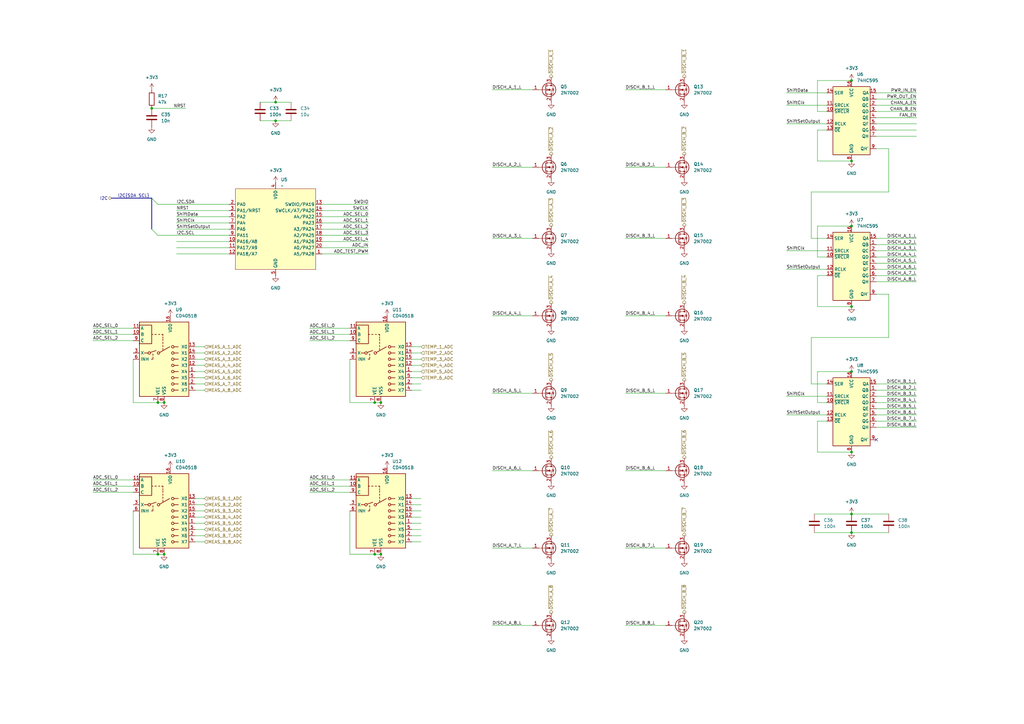
<source format=kicad_sch>
(kicad_sch (version 20250114) (generator "eeschema") (generator_version "9.0")
  (paper "A3")
  (lib_symbols
    (symbol "74xx:74HC595"
      (property "Reference" "U" (at -7.62 13.97 0))
      (property "Value" "74HC595" (at -7.62 -16.51 0))
      (symbol "74HC595_1_0"
        (pin input line (at -10.16 10.16 0) (length 2.54) (name "SER") (number "14"))
        (pin input line (at -10.16 5.08 0) (length 2.54) (name "SRCLK") (number "11"))
        (pin input line (at -10.16 2.54 0) (length 2.54) (name "~{SRCLR}") (number "10"))
        (pin input line (at -10.16 -2.54 0) (length 2.54) (name "RCLK") (number "12"))
        (pin input line (at -10.16 -5.08 0) (length 2.54) (name "~{OE}") (number "13"))
        (pin power_in line (at 0 15.24 270) (length 2.54) (name "VCC") (number "16"))
        (pin power_in line (at 0 -17.78 90) (length 2.54) (name "GND") (number "8"))
        (pin tri_state line (at 10.16 10.16 180) (length 2.54) (name "QA") (number "15"))
        (pin tri_state line (at 10.16 7.62 180) (length 2.54) (name "QB") (number "1"))
        (pin tri_state line (at 10.16 5.08 180) (length 2.54) (name "QC") (number "2"))
        (pin tri_state line (at 10.16 2.54 180) (length 2.54) (name "QD") (number "3"))
        (pin tri_state line (at 10.16 0 180) (length 2.54) (name "QE") (number "4"))
        (pin tri_state line (at 10.16 -2.54 180) (length 2.54) (name "QF") (number "5"))
        (pin tri_state line (at 10.16 -5.08 180) (length 2.54) (name "QG") (number "6"))
        (pin tri_state line (at 10.16 -7.62 180) (length 2.54) (name "QH") (number "7"))
        (pin output line (at 10.16 -12.7 180) (length 2.54) (name "QH'") (number "9"))
      )
      (symbol "74HC595_1_1"
        (rectangle (start -7.62 12.7) (end 7.62 -15.24) (stroke (width 0.254)) (fill (type background)))
      )
    )
    (symbol "Analog_Switch:CD4051B"
      (property "Reference" "U" (at -10.16 16.51 0))
      (property "Value" "CD4051B" (at 3.81 16.51 0))
      (symbol "CD4051B_0_1"
        (rectangle (start -10.16 15.24) (end 10.16 -15.24) (stroke (width 0.254)) (fill (type background)))
        (rectangle (start -10.16 6.35) (end -5.08 13.97) (stroke (width 0.254)))
        (polyline (pts (xy -8.128 2.54) (xy -6.604 2.54)) (stroke (width 0.254)))
        (circle (center -6.096 2.54) (radius 0.508) (stroke (width 0.254)))
        (polyline (pts (xy -5.588 2.794) (xy -3.302 3.556)) (stroke (width 0.254)))
        (polyline (pts (xy -4.572 10.16) (xy -5.08 10.16)) (stroke (width 0.254)))
        (polyline (pts (xy -4.572 1.524) (xy -4.572 2.159)) (stroke (width 0.254)))
        (polyline (pts (xy -4.572 0.254) (xy -4.572 0.889)) (stroke (width 0.254)))
        (polyline (pts (xy -4.572 0) (xy -5.207 0)) (stroke (width 0.254)))
        (polyline (pts (xy -3.81 10.16) (xy -3.175 10.16)) (stroke (width 0.254)))
        (circle (center -2.286 2.54) (radius 0.508) (stroke (width 0.254)))
        (polyline (pts (xy -1.778 10.16) (xy -2.286 10.16)) (stroke (width 0.254)))
        (polyline (pts (xy -1.778 2.794) (xy 2.286 5.08)) (stroke (width 0.254)))
        (polyline (pts (xy -0.508 10.16) (xy -1.016 10.16)) (stroke (width 0.254)))
        (polyline (pts (xy -0.508 9.652) (xy -0.508 10.16)) (stroke (width 0.254)))
        (polyline (pts (xy -0.508 8.636) (xy -0.508 9.144)) (stroke (width 0.254)))
        (polyline (pts (xy -0.508 7.62) (xy -0.508 8.255)) (stroke (width 0.254)))
        (polyline (pts (xy -0.508 6.35) (xy -0.508 6.985)) (stroke (width 0.254)))
        (polyline (pts (xy -0.508 5.08) (xy -0.508 5.715)) (stroke (width 0.254)))
        (polyline (pts (xy -0.508 3.81) (xy -0.508 4.445)) (stroke (width 0.254)))
        (circle (center 3.556 5.08) (radius 0.508) (stroke (width 0.254)))
        (circle (center 3.556 2.54) (radius 0.508) (stroke (width 0.254)))
        (circle (center 3.556 0) (radius 0.508) (stroke (width 0.254)))
        (circle (center 3.556 -2.54) (radius 0.508) (stroke (width 0.254)))
        (circle (center 3.556 -5.08) (radius 0.508) (stroke (width 0.254)))
        (circle (center 3.556 -7.62) (radius 0.508) (stroke (width 0.254)))
        (circle (center 3.556 -10.16) (radius 0.508) (stroke (width 0.254)))
        (circle (center 3.556 -12.7) (radius 0.508) (stroke (width 0.254)))
        (polyline (pts (xy 4.064 5.08) (xy 5.842 5.08)) (stroke (width 0.254)))
        (polyline (pts (xy 4.064 2.54) (xy 5.842 2.54)) (stroke (width 0.254)))
        (polyline (pts (xy 4.064 0) (xy 5.842 0)) (stroke (width 0.254)))
        (polyline (pts (xy 4.064 -2.54) (xy 5.842 -2.54)) (stroke (width 0.254)))
        (polyline (pts (xy 4.064 -5.08) (xy 5.842 -5.08)) (stroke (width 0.254)))
        (polyline (pts (xy 4.064 -7.62) (xy 5.842 -7.62)) (stroke (width 0.254)))
        (polyline (pts (xy 4.064 -10.16) (xy 5.842 -10.16)) (stroke (width 0.254)))
        (polyline (pts (xy 4.064 -12.7) (xy 5.842 -12.7)) (stroke (width 0.254)))
      )
      (symbol "CD4051B_1_1"
        (pin input line (at -12.7 12.7 0) (length 2.54) (name "A") (number "11"))
        (pin input line (at -12.7 10.16 0) (length 2.54) (name "B") (number "10"))
        (pin input line (at -12.7 7.62 0) (length 2.54) (name "C") (number "9"))
        (pin bidirectional line (at -12.7 2.54 0) (length 2.54) (name "X") (number "3"))
        (pin input line (at -12.7 0 0) (length 2.54) (name "INH") (number "6"))
        (pin power_in line (at -2.54 -17.78 90) (length 2.54) (name "VEE") (number "7"))
        (pin power_in line (at 0 -17.78 90) (length 2.54) (name "VSS") (number "8"))
        (pin power_in line (at 2.54 17.78 270) (length 2.54) (name "VDD") (number "16"))
        (pin bidirectional line (at 12.7 5.08 180) (length 2.54) (name "X0") (number "13"))
        (pin bidirectional line (at 12.7 2.54 180) (length 2.54) (name "X1") (number "14"))
        (pin bidirectional line (at 12.7 0 180) (length 2.54) (name "X2") (number "15"))
        (pin bidirectional line (at 12.7 -2.54 180) (length 2.54) (name "X3") (number "12"))
        (pin bidirectional line (at 12.7 -5.08 180) (length 2.54) (name "X4") (number "1"))
        (pin bidirectional line (at 12.7 -7.62 180) (length 2.54) (name "X5") (number "5"))
        (pin bidirectional line (at 12.7 -10.16 180) (length 2.54) (name "X6") (number "2"))
        (pin bidirectional line (at 12.7 -12.7 180) (length 2.54) (name "X7") (number "4"))
      )
    )
    (symbol "DCDC_custom:MSPM0C1104SRUKR"
      (property "Reference" "U" (at 11.684 20.828 0))
      (symbol "MSPM0C1104SRUKR_1_1"
        (rectangle (start -16.51 16.51) (end 16.51 -16.51) (fill (type background)))
        (pin bidirectional line (at -19.05 10.16 0) (length 2.54) (name "PA0") (number "2"))
        (pin bidirectional line (at -19.05 7.62 0) (length 2.54) (name "PA1/NRST") (number "3"))
        (pin bidirectional line (at -19.05 5.08 0) (length 2.54) (name "PA2") (number "6"))
        (pin bidirectional line (at -19.05 2.54 0) (length 2.54) (name "PA4") (number "7"))
        (pin bidirectional line (at -19.05 0 0) (length 2.54) (name "PA6") (number "8"))
        (pin bidirectional line (at -19.05 -2.54 0) (length 2.54) (name "PA11") (number "9"))
        (pin bidirectional line (at -19.05 -5.08 0) (length 2.54) (name "PA16/A8") (number "10"))
        (pin bidirectional line (at -19.05 -7.62 0) (length 2.54) (name "PA17/A9") (number "11"))
        (pin bidirectional line (at -19.05 -10.16 0) (length 2.54) (name "PA18/A7") (number "12"))
        (pin power_in line (at 0 19.05 270) (length 2.54) (name "VDD") (number "4"))
        (pin power_in line (at 0 -19.05 90) (length 2.54) (name "GND") (number "5"))
        (pin bidirectional line (at 19.05 10.16 180) (length 2.54) (name "SWDIO/PA19") (number "13"))
        (pin bidirectional line (at 19.05 7.62 180) (length 2.54) (name "SWCLK/A7/PA20") (number "14"))
        (pin bidirectional line (at 19.05 5.08 180) (length 2.54) (name "A4/PA22") (number "15"))
        (pin bidirectional line (at 19.05 2.54 180) (length 2.54) (name "PA23") (number "16"))
        (pin bidirectional line (at 19.05 0 180) (length 2.54) (name "A3/PA24") (number "17"))
        (pin bidirectional line (at 19.05 -2.54 180) (length 2.54) (name "A2/PA25") (number "18"))
        (pin bidirectional line (at 19.05 -5.08 180) (length 2.54) (name "A1/PA26") (number "19"))
        (pin bidirectional line (at 19.05 -7.62 180) (length 2.54) (name "A0/PA27") (number "20"))
        (pin bidirectional line (at 19.05 -10.16 180) (length 2.54) (name "A5/PA28") (number "1"))
      )
    )
    (symbol "Device:C" (pin_numbers (hide yes)) (pin_names (offset 0.254))
      (property "Reference" "C" (at 0.635 2.54 0))
      (property "Value" "C" (at 0.635 -2.54 0))
      (symbol "C_0_1"
        (polyline (pts (xy -2.032 0.762) (xy 2.032 0.762)) (stroke (width 0.508)))
        (polyline (pts (xy -2.032 -0.762) (xy 2.032 -0.762)) (stroke (width 0.508)))
      )
      (symbol "C_1_1"
        (pin passive line (at 0 3.81 270) (length 2.794) (name "~") (number "1"))
        (pin passive line (at 0 -3.81 90) (length 2.794) (name "~") (number "2"))
      )
    )
    (symbol "Device:R" (pin_numbers (hide yes)) (pin_names (offset 0))
      (property "Reference" "R" (at 2.032 0 90))
      (property "Value" "R" (at 0 0 90))
      (symbol "R_0_1"
        (rectangle (start -1.016 -2.54) (end 1.016 2.54) (stroke (width 0.254)))
      )
      (symbol "R_1_1"
        (pin passive line (at 0 3.81 270) (length 1.27) (name "~") (number "1"))
        (pin passive line (at 0 -3.81 90) (length 1.27) (name "~") (number "2"))
      )
    )
    (symbol "Transistor_FET:2N7002" (pin_names (hide yes))
      (property "Reference" "Q" (at 5.08 1.905 0))
      (property "Value" "2N7002" (at 5.08 0 0))
      (symbol "2N7002_0_1"
        (polyline (pts (xy 0.254 1.905) (xy 0.254 -1.905)) (stroke (width 0.254)))
        (polyline (pts (xy 0.254 0) (xy -2.54 0)))
        (polyline (pts (xy 0.762 2.286) (xy 0.762 1.27)) (stroke (width 0.254)))
        (polyline (pts (xy 0.762 0.508) (xy 0.762 -0.508)) (stroke (width 0.254)))
        (polyline (pts (xy 0.762 -1.27) (xy 0.762 -2.286)) (stroke (width 0.254)))
        (polyline (pts (xy 0.762 -1.778) (xy 3.302 -1.778) (xy 3.302 1.778) (xy 0.762 1.778)))
        (polyline (pts (xy 1.016 0) (xy 2.032 0.381) (xy 2.032 -0.381) (xy 1.016 0)) (fill (type outline)))
        (circle (center 1.651 0) (radius 2.794) (stroke (width 0.254)))
        (polyline (pts (xy 2.54 2.54) (xy 2.54 1.778)))
        (circle (center 2.54 1.778) (radius 0.254) (fill (type outline)))
        (circle (center 2.54 -1.778) (radius 0.254) (fill (type outline)))
        (polyline (pts (xy 2.54 -2.54) (xy 2.54 0) (xy 0.762 0)))
        (polyline (pts (xy 2.794 0.508) (xy 2.921 0.381) (xy 3.683 0.381) (xy 3.81 0.254)))
        (polyline (pts (xy 3.302 0.381) (xy 2.921 -0.254) (xy 3.683 -0.254) (xy 3.302 0.381)))
      )
      (symbol "2N7002_1_1"
        (pin input line (at -5.08 0 0) (length 2.54) (name "G") (number "1"))
        (pin passive line (at 2.54 5.08 270) (length 2.54) (name "D") (number "3"))
        (pin passive line (at 2.54 -5.08 90) (length 2.54) (name "S") (number "2"))
      )
    )
    (symbol "power:+3V3" (power) (pin_numbers (hide yes)) (pin_names (offset 0) (hide yes))
      (property "Value" "+3V3" (at 0 3.556 0))
      (symbol "+3V3_0_1"
        (polyline (pts (xy -0.762 1.27) (xy 0 2.54)))
        (polyline (pts (xy 0 2.54) (xy 0.762 1.27)))
        (polyline (pts (xy 0 0) (xy 0 2.54)))
      )
      (symbol "+3V3_1_1"
        (pin power_in line (at 0 0 90) (length 0) (name "~") (number "1"))
      )
    )
    (symbol "power:GND" (power) (pin_numbers (hide yes)) (pin_names (offset 0) (hide yes))
      (property "Value" "GND" (at 0 -3.81 0))
      (symbol "GND_0_1"
        (polyline (pts (xy 0 0) (xy 0 -1.27) (xy 1.27 -1.27) (xy 0 -2.54) (xy -1.27 -1.27) (xy 0 -1.27)))
      )
      (symbol "GND_1_1"
        (pin power_in line (at 0 0 270) (length 0) (name "~") (number "1"))
      )
    )
  )
  (junction (at 349.25 218.44))
  (junction (at 349.25 125.73))
  (junction (at 62.23 44.45))
  (junction (at 113.03 41.91))
  (junction (at 349.25 152.4))
  (junction (at 156.21 227.33))
  (junction (at 349.25 33.02))
  (junction (at 153.67 165.1))
  (junction (at 113.03 49.53))
  (junction (at 349.25 185.42))
  (junction (at 156.21 165.1))
  (junction (at 349.25 66.04))
  (junction (at 64.77 165.1))
  (junction (at 349.25 210.82))
  (junction (at 67.31 165.1))
  (junction (at 349.25 92.71))
  (junction (at 67.31 227.33))
  (junction (at 153.67 227.33))
  (junction (at 64.77 227.33))
  (no_connect (at 359.41 180.34))
  (bus_entry (at 62.23 81.28) (size 2.54 2.54))
  (bus_entry (at 62.23 93.98) (size 2.54 2.54))
  (wire (pts (xy 153.67 165.1) (xy 156.21 165.1)))
  (wire (pts (xy 83.82 157.48) (xy 80.01 157.48)))
  (wire (pts (xy 172.72 142.24) (xy 168.91 142.24)))
  (wire (pts (xy 83.82 142.24) (xy 80.01 142.24)))
  (wire (pts (xy 127 137.16) (xy 143.51 137.16)))
  (wire (pts (xy 38.1 199.39) (xy 54.61 199.39)))
  (wire (pts (xy 364.49 120.65) (xy 359.41 120.65)))
  (wire (pts (xy 72.39 104.14) (xy 93.98 104.14)))
  (wire (pts (xy 64.77 96.52) (xy 93.98 96.52)))
  (wire (pts (xy 72.39 101.6) (xy 93.98 101.6)))
  (wire (pts (xy 83.82 214.63) (xy 80.01 214.63)))
  (wire (pts (xy 201.93 193.04) (xy 218.44 193.04)))
  (wire (pts (xy 322.58 50.8) (xy 339.09 50.8)))
  (wire (pts (xy 256.54 224.79) (xy 273.05 224.79)))
  (wire (pts (xy 172.72 152.4) (xy 168.91 152.4)))
  (wire (pts (xy 127 199.39) (xy 143.51 199.39)))
  (wire (pts (xy 359.41 160.02) (xy 375.92 160.02)))
  (wire (pts (xy 38.1 137.16) (xy 54.61 137.16)))
  (wire (pts (xy 83.82 204.47) (xy 80.01 204.47)))
  (wire (pts (xy 143.51 165.1) (xy 153.67 165.1)))
  (wire (pts (xy 172.72 207.01) (xy 168.91 207.01)))
  (wire (pts (xy 132.08 83.82) (xy 151.13 83.82)))
  (wire (pts (xy 83.82 149.86) (xy 80.01 149.86)))
  (wire (pts (xy 256.54 161.29) (xy 273.05 161.29)))
  (wire (pts (xy 335.28 92.71) (xy 349.25 92.71)))
  (wire (pts (xy 64.77 83.82) (xy 93.98 83.82)))
  (wire (pts (xy 172.72 144.78) (xy 168.91 144.78)))
  (wire (pts (xy 83.82 152.4) (xy 80.01 152.4)))
  (wire (pts (xy 349.25 210.82) (xy 364.49 210.82)))
  (wire (pts (xy 256.54 193.04) (xy 273.05 193.04)))
  (wire (pts (xy 132.08 101.6) (xy 151.13 101.6)))
  (wire (pts (xy 72.39 86.36) (xy 93.98 86.36)))
  (wire (pts (xy 64.77 227.33) (xy 67.31 227.33)))
  (wire (pts (xy 359.41 48.26) (xy 375.92 48.26)))
  (wire (pts (xy 359.41 38.1) (xy 375.92 38.1)))
  (wire (pts (xy 83.82 209.55) (xy 80.01 209.55)))
  (wire (pts (xy 335.28 172.72) (xy 335.28 185.42)))
  (wire (pts (xy 38.1 196.85) (xy 54.61 196.85)))
  (wire (pts (xy 143.51 227.33) (xy 153.67 227.33)))
  (wire (pts (xy 83.82 154.94) (xy 80.01 154.94)))
  (wire (pts (xy 54.61 147.32) (xy 54.61 165.1)))
  (wire (pts (xy 335.28 165.1) (xy 335.28 152.4)))
  (wire (pts (xy 335.28 45.72) (xy 335.28 33.02)))
  (wire (pts (xy 38.1 134.62) (xy 54.61 134.62)))
  (wire (pts (xy 132.08 88.9) (xy 151.13 88.9)))
  (wire (pts (xy 332.74 97.79) (xy 332.74 78.74)))
  (wire (pts (xy 132.08 86.36) (xy 151.13 86.36)))
  (wire (pts (xy 83.82 217.17) (xy 80.01 217.17)))
  (wire (pts (xy 72.39 91.44) (xy 93.98 91.44)))
  (wire (pts (xy 256.54 129.54) (xy 273.05 129.54)))
  (wire (pts (xy 359.41 115.57) (xy 375.92 115.57)))
  (wire (pts (xy 172.72 160.02) (xy 168.91 160.02)))
  (wire (pts (xy 364.49 78.74) (xy 364.49 60.96)))
  (wire (pts (xy 322.58 162.56) (xy 339.09 162.56)))
  (wire (pts (xy 64.77 165.1) (xy 67.31 165.1)))
  (wire (pts (xy 113.03 41.91) (xy 119.38 41.91)))
  (wire (pts (xy 359.41 100.33) (xy 375.92 100.33)))
  (wire (pts (xy 132.08 99.06) (xy 151.13 99.06)))
  (wire (pts (xy 132.08 93.98) (xy 151.13 93.98)))
  (wire (pts (xy 359.41 43.18) (xy 375.92 43.18)))
  (wire (pts (xy 322.58 110.49) (xy 339.09 110.49)))
  (wire (pts (xy 339.09 53.34) (xy 335.28 53.34)))
  (wire (pts (xy 201.93 224.79) (xy 218.44 224.79)))
  (wire (pts (xy 359.41 102.87) (xy 375.92 102.87)))
  (wire (pts (xy 83.82 212.09) (xy 80.01 212.09)))
  (wire (pts (xy 172.72 149.86) (xy 168.91 149.86)))
  (wire (pts (xy 132.08 104.14) (xy 151.13 104.14)))
  (wire (pts (xy 153.67 227.33) (xy 156.21 227.33)))
  (wire (pts (xy 332.74 138.43) (xy 364.49 138.43)))
  (wire (pts (xy 38.1 139.7) (xy 54.61 139.7)))
  (wire (pts (xy 335.28 185.42) (xy 349.25 185.42)))
  (wire (pts (xy 83.82 219.71) (xy 80.01 219.71)))
  (wire (pts (xy 127 196.85) (xy 143.51 196.85)))
  (wire (pts (xy 339.09 165.1) (xy 335.28 165.1)))
  (wire (pts (xy 127 139.7) (xy 143.51 139.7)))
  (wire (pts (xy 127 201.93) (xy 143.51 201.93)))
  (wire (pts (xy 334.01 210.82) (xy 349.25 210.82)))
  (wire (pts (xy 359.41 50.8) (xy 375.92 50.8)))
  (wire (pts (xy 54.61 227.33) (xy 64.77 227.33)))
  (wire (pts (xy 132.08 96.52) (xy 151.13 96.52)))
  (wire (pts (xy 359.41 113.03) (xy 375.92 113.03)))
  (wire (pts (xy 172.72 147.32) (xy 168.91 147.32)))
  (wire (pts (xy 172.72 214.63) (xy 168.91 214.63)))
  (bus (pts (xy 62.23 81.28) (xy 62.23 93.98)))
  (wire (pts (xy 322.58 43.18) (xy 339.09 43.18)))
  (wire (pts (xy 364.49 138.43) (xy 364.49 120.65)))
  (wire (pts (xy 172.72 209.55) (xy 168.91 209.55)))
  (wire (pts (xy 322.58 102.87) (xy 339.09 102.87)))
  (wire (pts (xy 256.54 256.54) (xy 273.05 256.54)))
  (wire (pts (xy 83.82 147.32) (xy 80.01 147.32)))
  (wire (pts (xy 106.68 41.91) (xy 113.03 41.91)))
  (wire (pts (xy 201.93 129.54) (xy 218.44 129.54)))
  (wire (pts (xy 359.41 175.26) (xy 375.92 175.26)))
  (wire (pts (xy 201.93 256.54) (xy 218.44 256.54)))
  (wire (pts (xy 339.09 105.41) (xy 335.28 105.41)))
  (wire (pts (xy 359.41 105.41) (xy 375.92 105.41)))
  (wire (pts (xy 359.41 165.1) (xy 375.92 165.1)))
  (bus (pts (xy 45.72 81.28) (xy 62.23 81.28)))
  (wire (pts (xy 359.41 45.72) (xy 375.92 45.72)))
  (wire (pts (xy 201.93 68.58) (xy 218.44 68.58)))
  (wire (pts (xy 172.72 217.17) (xy 168.91 217.17)))
  (wire (pts (xy 334.01 218.44) (xy 349.25 218.44)))
  (wire (pts (xy 339.09 113.03) (xy 335.28 113.03)))
  (wire (pts (xy 127 134.62) (xy 143.51 134.62)))
  (wire (pts (xy 359.41 157.48) (xy 375.92 157.48)))
  (wire (pts (xy 359.41 107.95) (xy 375.92 107.95)))
  (wire (pts (xy 359.41 170.18) (xy 375.92 170.18)))
  (wire (pts (xy 364.49 60.96) (xy 359.41 60.96)))
  (wire (pts (xy 172.72 157.48) (xy 168.91 157.48)))
  (wire (pts (xy 38.1 201.93) (xy 54.61 201.93)))
  (wire (pts (xy 359.41 55.88) (xy 375.92 55.88)))
  (wire (pts (xy 72.39 93.98) (xy 93.98 93.98)))
  (wire (pts (xy 201.93 161.29) (xy 218.44 161.29)))
  (wire (pts (xy 83.82 144.78) (xy 80.01 144.78)))
  (wire (pts (xy 143.51 209.55) (xy 143.51 227.33)))
  (wire (pts (xy 359.41 110.49) (xy 375.92 110.49)))
  (wire (pts (xy 322.58 170.18) (xy 339.09 170.18)))
  (wire (pts (xy 172.72 219.71) (xy 168.91 219.71)))
  (wire (pts (xy 359.41 172.72) (xy 375.92 172.72)))
  (wire (pts (xy 359.41 167.64) (xy 375.92 167.64)))
  (wire (pts (xy 72.39 99.06) (xy 93.98 99.06)))
  (wire (pts (xy 335.28 66.04) (xy 349.25 66.04)))
  (wire (pts (xy 76.2 44.45) (xy 62.23 44.45)))
  (wire (pts (xy 335.28 53.34) (xy 335.28 66.04)))
  (wire (pts (xy 172.72 222.25) (xy 168.91 222.25)))
  (wire (pts (xy 256.54 97.79) (xy 273.05 97.79)))
  (wire (pts (xy 335.28 113.03) (xy 335.28 125.73)))
  (wire (pts (xy 172.72 154.94) (xy 168.91 154.94)))
  (wire (pts (xy 172.72 204.47) (xy 168.91 204.47)))
  (wire (pts (xy 335.28 125.73) (xy 349.25 125.73)))
  (wire (pts (xy 83.82 207.01) (xy 80.01 207.01)))
  (wire (pts (xy 72.39 88.9) (xy 93.98 88.9)))
  (wire (pts (xy 332.74 157.48) (xy 332.74 138.43)))
  (wire (pts (xy 54.61 165.1) (xy 64.77 165.1)))
  (wire (pts (xy 339.09 45.72) (xy 335.28 45.72)))
  (wire (pts (xy 201.93 97.79) (xy 218.44 97.79)))
  (wire (pts (xy 335.28 33.02) (xy 349.25 33.02)))
  (wire (pts (xy 349.25 218.44) (xy 364.49 218.44)))
  (wire (pts (xy 83.82 160.02) (xy 80.01 160.02)))
  (wire (pts (xy 339.09 97.79) (xy 332.74 97.79)))
  (wire (pts (xy 132.08 91.44) (xy 151.13 91.44)))
  (wire (pts (xy 172.72 212.09) (xy 168.91 212.09)))
  (wire (pts (xy 106.68 49.53) (xy 113.03 49.53)))
  (wire (pts (xy 332.74 78.74) (xy 364.49 78.74)))
  (wire (pts (xy 201.93 36.83) (xy 218.44 36.83)))
  (wire (pts (xy 83.82 222.25) (xy 80.01 222.25)))
  (wire (pts (xy 359.41 40.64) (xy 375.92 40.64)))
  (wire (pts (xy 359.41 162.56) (xy 375.92 162.56)))
  (wire (pts (xy 359.41 53.34) (xy 375.92 53.34)))
  (wire (pts (xy 143.51 147.32) (xy 143.51 165.1)))
  (wire (pts (xy 335.28 152.4) (xy 349.25 152.4)))
  (wire (pts (xy 339.09 157.48) (xy 332.74 157.48)))
  (wire (pts (xy 256.54 36.83) (xy 273.05 36.83)))
  (wire (pts (xy 322.58 38.1) (xy 339.09 38.1)))
  (wire (pts (xy 339.09 172.72) (xy 335.28 172.72)))
  (wire (pts (xy 256.54 68.58) (xy 273.05 68.58)))
  (wire (pts (xy 359.41 97.79) (xy 375.92 97.79)))
  (wire (pts (xy 335.28 105.41) (xy 335.28 92.71)))
  (wire (pts (xy 54.61 209.55) (xy 54.61 227.33)))
  (wire (pts (xy 113.03 49.53) (xy 119.38 49.53)))
  (label "DISCH_B_5_L" (at 256.54 161.29 0))
  (label "DISCH_A_1_L" (at 375.92 97.79 180))
  (label "ShiftClk" (at 322.58 162.56 0))
  (label "PWR_OUT_EN" (at 375.92 40.64 180))
  (label "DISCH_B_1_L" (at 375.92 157.48 180))
  (label "SWDIO" (at 151.13 83.82 180))
  (label "ADC_SEL_2" (at 127 201.93 0))
  (label "DISCH_A_7_L" (at 375.92 113.03 180))
  (label "ADC_SEL_1" (at 38.1 137.16 0))
  (label "DISCH_B_5_L" (at 375.92 167.64 180))
  (label "ShiftSetOutput" (at 322.58 170.18 0))
  (label "DISCH_B_4_L" (at 256.54 129.54 0))
  (label "DISCH_A_2_L" (at 375.92 100.33 180))
  (label "ADC_SEL_2" (at 38.1 201.93 0))
  (label "DISCH_A_8_L" (at 375.92 115.57 180))
  (label "ADC_SEL_1" (at 127 137.16 0))
  (label "DISCH_A_6_L" (at 375.92 110.49 180))
  (label "DISCH_B_1_L" (at 256.54 36.83 0))
  (label "PWR_IN_EN" (at 375.92 38.1 180))
  (label "DISCH_B_4_L" (at 375.92 165.1 180))
  (label "CHAN_A_EN" (at 375.92 43.18 180))
  (label "CHAN_B_EN" (at 375.92 45.72 180))
  (label "ADC_IN" (at 151.13 101.6 180))
  (label "ADC_SEL_2" (at 38.1 139.7 0))
  (label "I2C.SDA" (at 72.39 83.82 0))
  (label "ADC_SEL_0" (at 151.13 88.9 180))
  (label "DISCH_A_3_L" (at 375.92 102.87 180))
  (label "DISCH_A_2_L" (at 201.93 68.58 0))
  (label "ADC_SEL_3" (at 151.13 96.52 180))
  (label "ShiftData" (at 72.39 88.9 0))
  (label "NRST" (at 72.39 86.36 0))
  (label "ADC_SEL_2" (at 151.13 93.98 180))
  (label "ADC_TEST_PWM" (at 151.13 104.14 180))
  (label "DISCH_A_4_L" (at 375.92 105.41 180))
  (label "DISCH_B_6_L" (at 375.92 170.18 180))
  (label "ShiftData" (at 322.58 38.1 0))
  (label "DISCH_A_6_L" (at 201.93 193.04 0))
  (label "ShiftClk" (at 322.58 102.87 0))
  (label "DISCH_B_6_L" (at 256.54 193.04 0))
  (label "ShiftSetOutput" (at 72.39 93.98 0))
  (label "ShiftClk" (at 72.39 91.44 0))
  (label "DISCH_A_7_L" (at 201.93 224.79 0))
  (label "NRST" (at 76.2 44.45 180))
  (label "DISCH_B_7_L" (at 375.92 172.72 180))
  (label "I2C{SDA SCL}" (at 48.26 81.28 0))
  (label "ShiftClk" (at 322.58 43.18 0))
  (label "ADC_SEL_0" (at 127 196.85 0))
  (label "ADC_SEL_2" (at 127 139.7 0))
  (label "ADC_SEL_1" (at 38.1 199.39 0))
  (label "DISCH_B_8_L" (at 256.54 256.54 0))
  (label "ADC_SEL_0" (at 38.1 196.85 0))
  (label "DISCH_B_2_L" (at 256.54 68.58 0))
  (label "ShiftSetOutput" (at 322.58 50.8 0))
  (label "DISCH_B_7_L" (at 256.54 224.79 0))
  (label "FAN_EN" (at 375.92 48.26 180))
  (label "SWCLK" (at 151.13 86.36 180))
  (label "DISCH_A_4_L" (at 201.93 129.54 0))
  (label "ADC_SEL_4" (at 151.13 99.06 180))
  (label "ADC_SEL_0" (at 127 134.62 0))
  (label "DISCH_A_5_L" (at 201.93 161.29 0))
  (label "ADC_SEL_1" (at 151.13 91.44 180))
  (label "ADC_SEL_1" (at 127 199.39 0))
  (label "DISCH_A_3_L" (at 201.93 97.79 0))
  (label "DISCH_B_8_L" (at 375.92 175.26 180))
  (label "DISCH_B_3_L" (at 256.54 97.79 0))
  (label "DISCH_B_3_L" (at 375.92 162.56 180))
  (label "DISCH_A_5_L" (at 375.92 107.95 180))
  (label "ShiftSetOutput" (at 322.58 110.49 0))
  (label "DISCH_A_8_L" (at 201.93 256.54 0))
  (label "DISCH_A_1_L" (at 201.93 36.83 0))
  (label "ADC_SEL_0" (at 38.1 134.62 0))
  (label "I2C.SCL" (at 72.39 96.52 0))
  (label "DISCH_B_2_L" (at 375.92 160.02 180))
  (hierarchical_label "MEAS_A_8_ADC" (shape input) (at 83.82 160.02 0))
  (hierarchical_label "~{DISCH_A_4}" (shape output) (at 226.06 124.46 90))
  (hierarchical_label "TEMP_2_ADC" (shape input) (at 172.72 144.78 0))
  (hierarchical_label "MEAS_A_1_ADC" (shape input) (at 83.82 142.24 0))
  (hierarchical_label "~{DISCH_A_3}" (shape output) (at 226.06 92.71 90))
  (hierarchical_label "MEAS_A_6_ADC" (shape input) (at 83.82 154.94 0))
  (hierarchical_label "MEAS_B_2_ADC" (shape input) (at 83.82 207.01 0))
  (hierarchical_label "MEAS_B_7_ADC" (shape input) (at 83.82 219.71 0))
  (hierarchical_label "MEAS_B_1_ADC" (shape input) (at 83.82 204.47 0))
  (hierarchical_label "~{DISCH_B_4}" (shape output) (at 280.67 124.46 90))
  (hierarchical_label "MEAS_A_2_ADC" (shape input) (at 83.82 144.78 0))
  (hierarchical_label "MEAS_B_3_ADC" (shape input) (at 83.82 209.55 0))
  (hierarchical_label "~{DISCH_A_6}" (shape output) (at 226.06 187.96 90))
  (hierarchical_label "MEAS_A_4_ADC" (shape input) (at 83.82 149.86 0))
  (hierarchical_label "MEAS_B_5_ADC" (shape input) (at 83.82 214.63 0))
  (hierarchical_label "~{DISCH_B_7}" (shape output) (at 280.67 219.71 90))
  (hierarchical_label "~{DISCH_A_7}" (shape output) (at 226.06 219.71 90))
  (hierarchical_label "MEAS_A_5_ADC" (shape input) (at 83.82 152.4 0))
  (hierarchical_label "~{DISCH_A_1}" (shape output) (at 226.06 31.75 90))
  (hierarchical_label "~{DISCH_B_2}" (shape output) (at 280.67 63.5 90))
  (hierarchical_label "MEAS_A_7_ADC" (shape input) (at 83.82 157.48 0))
  (hierarchical_label "~{DISCH_B_1}" (shape output) (at 280.67 31.75 90))
  (hierarchical_label "~{DISCH_B_6}" (shape output) (at 280.67 187.96 90))
  (hierarchical_label "I2C" (shape bidirectional) (at 45.72 81.28 180))
  (hierarchical_label "TEMP_3_ADC" (shape input) (at 172.72 147.32 0))
  (hierarchical_label "TEMP_5_ADC" (shape input) (at 172.72 152.4 0))
  (hierarchical_label "~{DISCH_B_5}" (shape output) (at 280.67 156.21 90))
  (hierarchical_label "TEMP_4_ADC" (shape input) (at 172.72 149.86 0))
  (hierarchical_label "~{DISCH_A_5}" (shape output) (at 226.06 156.21 90))
  (hierarchical_label "~{DISCH_A_8}" (shape output) (at 226.06 251.46 90))
  (hierarchical_label "MEAS_B_6_ADC" (shape input) (at 83.82 217.17 0))
  (hierarchical_label "~{DISCH_B_8}" (shape output) (at 280.67 251.46 90))
  (hierarchical_label "TEMP_1_ADC" (shape input) (at 172.72 142.24 0))
  (hierarchical_label "MEAS_A_3_ADC" (shape input) (at 83.82 147.32 0))
  (hierarchical_label "TEMP_6_ADC" (shape input) (at 172.72 154.94 0))
  (hierarchical_label "MEAS_B_8_ADC" (shape input) (at 83.82 222.25 0))
  (hierarchical_label "~{DISCH_A_2}" (shape output) (at 226.06 63.5 90))
  (hierarchical_label "~{DISCH_B_3}" (shape output) (at 280.67 92.71 90))
  (hierarchical_label "MEAS_B_4_ADC" (shape input) (at 83.82 212.09 0))
  (symbol (lib_id "power:GND") (at 226.06 102.87 0) (unit 1)
    (property "Reference" "#PWR057" (effects (hide yes)))
    (property "Value" "GND" (at 226.06 107.95 0))
    (property "Description" "Power symbol creates a global label with name \"GND\" , ground" (effects (hide yes)))
  )
  (symbol (lib_id "power:+3V3") (at 349.25 210.82 0) (unit 1)
    (property "Reference" "#PWR048" (effects (hide yes)))
    (property "Value" "+3V3" (at 349.25 205.74 0))
    (property "Description" "Power symbol creates a global label with name \"+3V3\"" (effects (hide yes)))
  )
  (symbol (lib_id "power:GND") (at 62.23 52.07 0) (unit 1)
    (property "Reference" "#PWR044" (effects (hide yes)))
    (property "Value" "GND" (at 62.23 57.15 0))
    (property "Description" "Power symbol creates a global label with name \"GND\" , ground" (effects (hide yes)))
  )
  (symbol (lib_id "power:GND") (at 67.31 165.1 0) (unit 1)
    (property "Reference" "#PWR073" (effects (hide yes)))
    (property "Value" "GND" (at 67.31 170.18 0))
    (property "Description" "Power symbol creates a global label with name \"GND\" , ground" (effects (hide yes)))
  )
  (symbol (lib_id "power:GND") (at 280.67 73.66 0) (unit 1)
    (property "Reference" "#PWR064" (effects (hide yes)))
    (property "Value" "GND" (at 280.67 78.74 0))
    (property "Description" "Power symbol creates a global label with name \"GND\" , ground" (effects (hide yes)))
  )
  (symbol (lib_id "power:GND") (at 113.03 49.53 0) (unit 1)
    (property "Reference" "#PWR031" (effects (hide yes)))
    (property "Value" "GND" (at 113.03 54.61 0))
    (property "Description" "Power symbol creates a global label with name \"GND\" , ground" (effects (hide yes)))
  )
  (symbol (lib_id "Transistor_FET:2N7002") (at 278.13 224.79 0) (unit 1)
    (property "Reference" "Q19" (at 284.48 223.5199 0) (effects (justify left)))
    (property "Value" "2N7002" (at 284.48 226.0599 0) (effects (justify left)))
    (property "Footprint" "Package_TO_SOT_SMD:SOT-23" (effects (hide yes)))
    (property "Datasheet" "https://www.onsemi.com/pub/Collateral/NDS7002A-D.PDF" (effects (hide yes)))
    (property "Description" "0.115A Id, 60V Vds, N-Channel MOSFET, SOT-23" (effects (hide yes)))
  )
  (symbol (lib_id "power:GND") (at 349.25 125.73 0) (unit 1)
    (property "Reference" "#PWR047" (effects (hide yes)))
    (property "Value" "GND" (at 349.25 130.81 0))
    (property "Description" "Power symbol creates a global label with name \"GND\" , ground" (effects (hide yes)))
  )
  (symbol (lib_id "Transistor_FET:2N7002") (at 278.13 68.58 0) (unit 1)
    (property "Reference" "Q14" (at 284.48 67.3099 0) (effects (justify left)))
    (property "Value" "2N7002" (at 284.48 69.8499 0) (effects (justify left)))
    (property "Footprint" "Package_TO_SOT_SMD:SOT-23" (effects (hide yes)))
    (property "Datasheet" "https://www.onsemi.com/pub/Collateral/NDS7002A-D.PDF" (effects (hide yes)))
    (property "Description" "0.115A Id, 60V Vds, N-Channel MOSFET, SOT-23" (effects (hide yes)))
  )
  (symbol (lib_id "Device:C") (at 334.01 214.63 0) (unit 1)
    (property "Reference" "C36" (at 337.82 213.3599 0) (effects (justify left)))
    (property "Value" "100n" (at 337.82 215.8999 0) (effects (justify left)))
    (property "Footprint" "Capacitor_SMD:C_0603_1608Metric" (effects (hide yes)))
    (property "Description" "Unpolarized capacitor" (effects (hide yes)))
  )
  (symbol (lib_id "power:GND") (at 156.21 227.33 0) (unit 1)
    (property "Reference" "#PWR076" (effects (hide yes)))
    (property "Value" "GND" (at 156.21 232.41 0))
    (property "Description" "Power symbol creates a global label with name \"GND\" , ground" (effects (hide yes)))
  )
  (symbol (lib_id "Transistor_FET:2N7002") (at 278.13 193.04 0) (unit 1)
    (property "Reference" "Q18" (at 284.48 191.7699 0) (effects (justify left)))
    (property "Value" "2N7002" (at 284.48 194.3099 0) (effects (justify left)))
    (property "Footprint" "Package_TO_SOT_SMD:SOT-23" (effects (hide yes)))
    (property "Datasheet" "https://www.onsemi.com/pub/Collateral/NDS7002A-D.PDF" (effects (hide yes)))
    (property "Description" "0.115A Id, 60V Vds, N-Channel MOSFET, SOT-23" (effects (hide yes)))
  )
  (symbol (lib_id "power:GND") (at 349.25 66.04 0) (unit 1)
    (property "Reference" "#PWR046" (effects (hide yes)))
    (property "Value" "GND" (at 349.25 71.12 0))
    (property "Description" "Power symbol creates a global label with name \"GND\" , ground" (effects (hide yes)))
  )
  (symbol (lib_id "Analog_Switch:CD4051B") (at 67.31 147.32 0) (unit 1)
    (property "Reference" "U9" (at 71.9933 127 0) (effects (justify left)))
    (property "Value" "CD4051B" (at 71.9933 129.54 0) (effects (justify left)))
    (property "Footprint" "Package_SO:SOIC-16_3.9x9.9mm_P1.27mm" (effects (hide yes)))
    (property "Datasheet" "http://www.ti.com/lit/ds/symlink/cd4052b.pdf" (effects (hide yes)))
    (property "Description" "CMOS single 8-channel analog multiplexer demultiplexer, TSSOP-16/DIP-16/SOIC-16" (effects (hide yes)))
  )
  (symbol (lib_id "power:+3V3") (at 158.75 191.77 0) (unit 1)
    (property "Reference" "#PWR078" (effects (hide yes)))
    (property "Value" "+3V3" (at 158.75 186.69 0))
    (property "Description" "Power symbol creates a global label with name \"+3V3\"" (effects (hide yes)))
  )
  (symbol (lib_id "Transistor_FET:2N7002") (at 223.52 97.79 0) (unit 1)
    (property "Reference" "Q7" (at 229.87 96.5199 0) (effects (justify left)))
    (property "Value" "2N7002" (at 229.87 99.0599 0) (effects (justify left)))
    (property "Footprint" "Package_TO_SOT_SMD:SOT-23" (effects (hide yes)))
    (property "Datasheet" "https://www.onsemi.com/pub/Collateral/NDS7002A-D.PDF" (effects (hide yes)))
    (property "Description" "0.115A Id, 60V Vds, N-Channel MOSFET, SOT-23" (effects (hide yes)))
  )
  (symbol (lib_id "Transistor_FET:2N7002") (at 223.52 161.29 0) (unit 1)
    (property "Reference" "Q9" (at 229.87 160.0199 0) (effects (justify left)))
    (property "Value" "2N7002" (at 229.87 162.5599 0) (effects (justify left)))
    (property "Footprint" "Package_TO_SOT_SMD:SOT-23" (effects (hide yes)))
    (property "Datasheet" "https://www.onsemi.com/pub/Collateral/NDS7002A-D.PDF" (effects (hide yes)))
    (property "Description" "0.115A Id, 60V Vds, N-Channel MOSFET, SOT-23" (effects (hide yes)))
  )
  (symbol (lib_id "DCDC_custom:MSPM0C1104SRUKR") (at 113.03 93.98 0) (unit 1)
    (property "Reference" "U5" (at 115.1733 73.66 0) (effects (justify left)))
    (property "Value" "~" (at 115.1733 76.2 0) (effects (justify left)))
    (property "Footprint" "Package_DFN_QFN:WQFN-20-1EP_3x3mm_P0.4mm_EP1.7x1.7mm" (effects (hide yes)))
  )
  (symbol (lib_id "74xx:74HC595") (at 349.25 167.64 0) (unit 1)
    (property "Reference" "U8" (at 351.3933 149.86 0) (effects (justify left)))
    (property "Value" "74HC595" (at 351.3933 152.4 0) (effects (justify left)))
    (property "Footprint" "Package_SO:SOIC-16_3.9x9.9mm_P1.27mm" (effects (hide yes)))
    (property "Datasheet" "http://www.ti.com/lit/ds/symlink/sn74hc595.pdf" (effects (hide yes)))
    (property "Description" "8-bit serial in/out Shift Register 3-State Outputs" (effects (hide yes)))
  )
  (symbol (lib_id "power:GND") (at 349.25 185.42 0) (unit 1)
    (property "Reference" "#PWR053" (effects (hide yes)))
    (property "Value" "GND" (at 349.25 190.5 0))
    (property "Description" "Power symbol creates a global label with name \"GND\" , ground" (effects (hide yes)))
  )
  (symbol (lib_id "Analog_Switch:CD4051B") (at 67.31 209.55 0) (unit 1)
    (property "Reference" "U10" (at 71.9933 189.23 0) (effects (justify left)))
    (property "Value" "CD4051B" (at 71.9933 191.77 0) (effects (justify left)))
    (property "Footprint" "Package_SO:SOIC-16_3.9x9.9mm_P1.27mm" (effects (hide yes)))
    (property "Datasheet" "http://www.ti.com/lit/ds/symlink/cd4052b.pdf" (effects (hide yes)))
    (property "Description" "CMOS single 8-channel analog multiplexer demultiplexer, TSSOP-16/DIP-16/SOIC-16" (effects (hide yes)))
  )
  (symbol (lib_id "power:GND") (at 226.06 41.91 0) (unit 1)
    (property "Reference" "#PWR055" (effects (hide yes)))
    (property "Value" "GND" (at 226.06 46.99 0))
    (property "Description" "Power symbol creates a global label with name \"GND\" , ground" (effects (hide yes)))
  )
  (symbol (lib_id "power:GND") (at 280.67 134.62 0) (unit 1)
    (property "Reference" "#PWR066" (effects (hide yes)))
    (property "Value" "GND" (at 280.67 139.7 0))
    (property "Description" "Power symbol creates a global label with name \"GND\" , ground" (effects (hide yes)))
  )
  (symbol (lib_id "Transistor_FET:2N7002") (at 278.13 36.83 0) (unit 1)
    (property "Reference" "Q13" (at 284.48 35.5599 0) (effects (justify left)))
    (property "Value" "2N7002" (at 284.48 38.0999 0) (effects (justify left)))
    (property "Footprint" "Package_TO_SOT_SMD:SOT-23" (effects (hide yes)))
    (property "Datasheet" "https://www.onsemi.com/pub/Collateral/NDS7002A-D.PDF" (effects (hide yes)))
    (property "Description" "0.115A Id, 60V Vds, N-Channel MOSFET, SOT-23" (effects (hide yes)))
  )
  (symbol (lib_id "Transistor_FET:2N7002") (at 223.52 129.54 0) (unit 1)
    (property "Reference" "Q8" (at 229.87 128.2699 0) (effects (justify left)))
    (property "Value" "2N7002" (at 229.87 130.8099 0) (effects (justify left)))
    (property "Footprint" "Package_TO_SOT_SMD:SOT-23" (effects (hide yes)))
    (property "Datasheet" "https://www.onsemi.com/pub/Collateral/NDS7002A-D.PDF" (effects (hide yes)))
    (property "Description" "0.115A Id, 60V Vds, N-Channel MOSFET, SOT-23" (effects (hide yes)))
  )
  (symbol (lib_id "Transistor_FET:2N7002") (at 223.52 256.54 0) (unit 1)
    (property "Reference" "Q12" (at 229.87 255.2699 0) (effects (justify left)))
    (property "Value" "2N7002" (at 229.87 257.8099 0) (effects (justify left)))
    (property "Footprint" "Package_TO_SOT_SMD:SOT-23" (effects (hide yes)))
    (property "Datasheet" "https://www.onsemi.com/pub/Collateral/NDS7002A-D.PDF" (effects (hide yes)))
    (property "Description" "0.115A Id, 60V Vds, N-Channel MOSFET, SOT-23" (effects (hide yes)))
  )
  (symbol (lib_id "power:GND") (at 226.06 166.37 0) (unit 1)
    (property "Reference" "#PWR059" (effects (hide yes)))
    (property "Value" "GND" (at 226.06 171.45 0))
    (property "Description" "Power symbol creates a global label with name \"GND\" , ground" (effects (hide yes)))
  )
  (symbol (lib_id "power:GND") (at 349.25 218.44 0) (unit 1)
    (property "Reference" "#PWR051" (effects (hide yes)))
    (property "Value" "GND" (at 349.25 223.52 0))
    (property "Description" "Power symbol creates a global label with name \"GND\" , ground" (effects (hide yes)))
  )
  (symbol (lib_id "power:GND") (at 156.21 165.1 0) (unit 1)
    (property "Reference" "#PWR075" (effects (hide yes)))
    (property "Value" "GND" (at 156.21 170.18 0))
    (property "Description" "Power symbol creates a global label with name \"GND\" , ground" (effects (hide yes)))
  )
  (symbol (lib_id "Device:C") (at 364.49 214.63 0) (unit 1)
    (property "Reference" "C38" (at 368.3 213.3599 0) (effects (justify left)))
    (property "Value" "100n" (at 368.3 215.8999 0) (effects (justify left)))
    (property "Footprint" "Capacitor_SMD:C_0603_1608Metric" (effects (hide yes)))
    (property "Description" "Unpolarized capacitor" (effects (hide yes)))
  )
  (symbol (lib_id "Transistor_FET:2N7002") (at 223.52 68.58 0) (unit 1)
    (property "Reference" "Q6" (at 229.87 67.3099 0) (effects (justify left)))
    (property "Value" "2N7002" (at 229.87 69.8499 0) (effects (justify left)))
    (property "Footprint" "Package_TO_SOT_SMD:SOT-23" (effects (hide yes)))
    (property "Datasheet" "https://www.onsemi.com/pub/Collateral/NDS7002A-D.PDF" (effects (hide yes)))
    (property "Description" "0.115A Id, 60V Vds, N-Channel MOSFET, SOT-23" (effects (hide yes)))
  )
  (symbol (lib_id "power:+3V3") (at 349.25 92.71 0) (unit 1)
    (property "Reference" "#PWR050" (effects (hide yes)))
    (property "Value" "+3V3" (at 349.25 87.63 0))
    (property "Description" "Power symbol creates a global label with name \"+3V3\"" (effects (hide yes)))
  )
  (symbol (lib_id "power:GND") (at 280.67 102.87 0) (unit 1)
    (property "Reference" "#PWR065" (effects (hide yes)))
    (property "Value" "GND" (at 280.67 107.95 0))
    (property "Description" "Power symbol creates a global label with name \"GND\" , ground" (effects (hide yes)))
  )
  (symbol (lib_id "power:GND") (at 280.67 41.91 0) (unit 1)
    (property "Reference" "#PWR063" (effects (hide yes)))
    (property "Value" "GND" (at 280.67 46.99 0))
    (property "Description" "Power symbol creates a global label with name \"GND\" , ground" (effects (hide yes)))
  )
  (symbol (lib_id "power:GND") (at 226.06 73.66 0) (unit 1)
    (property "Reference" "#PWR056" (effects (hide yes)))
    (property "Value" "GND" (at 226.06 78.74 0))
    (property "Description" "Power symbol creates a global label with name \"GND\" , ground" (effects (hide yes)))
  )
  (symbol (lib_id "Transistor_FET:2N7002") (at 278.13 129.54 0) (unit 1)
    (property "Reference" "Q16" (at 284.48 128.2699 0) (effects (justify left)))
    (property "Value" "2N7002" (at 284.48 130.8099 0) (effects (justify left)))
    (property "Footprint" "Package_TO_SOT_SMD:SOT-23" (effects (hide yes)))
    (property "Datasheet" "https://www.onsemi.com/pub/Collateral/NDS7002A-D.PDF" (effects (hide yes)))
    (property "Description" "0.115A Id, 60V Vds, N-Channel MOSFET, SOT-23" (effects (hide yes)))
  )
  (symbol (lib_id "power:+3V3") (at 349.25 152.4 0) (unit 1)
    (property "Reference" "#PWR052" (effects (hide yes)))
    (property "Value" "+3V3" (at 349.25 147.32 0))
    (property "Description" "Power symbol creates a global label with name \"+3V3\"" (effects (hide yes)))
  )
  (symbol (lib_id "power:GND") (at 226.06 134.62 0) (unit 1)
    (property "Reference" "#PWR058" (effects (hide yes)))
    (property "Value" "GND" (at 226.06 139.7 0))
    (property "Description" "Power symbol creates a global label with name \"GND\" , ground" (effects (hide yes)))
  )
  (symbol (lib_id "74xx:74HC595") (at 349.25 107.95 0) (unit 1)
    (property "Reference" "U7" (at 351.3933 90.17 0) (effects (justify left)))
    (property "Value" "74HC595" (at 351.3933 92.71 0) (effects (justify left)))
    (property "Footprint" "Package_SO:SOIC-16_3.9x9.9mm_P1.27mm" (effects (hide yes)))
    (property "Datasheet" "http://www.ti.com/lit/ds/symlink/sn74hc595.pdf" (effects (hide yes)))
    (property "Description" "8-bit serial in/out Shift Register 3-State Outputs" (effects (hide yes)))
  )
  (symbol (lib_id "power:GND") (at 280.67 261.62 0) (unit 1)
    (property "Reference" "#PWR070" (effects (hide yes)))
    (property "Value" "GND" (at 280.67 266.7 0))
    (property "Description" "Power symbol creates a global label with name \"GND\" , ground" (effects (hide yes)))
  )
  (symbol (lib_id "power:+3V3") (at 113.03 74.93 0) (unit 1)
    (property "Reference" "#PWR042" (effects (hide yes)))
    (property "Value" "+3V3" (at 113.03 69.85 0))
    (property "Description" "Power symbol creates a global label with name \"+3V3\"" (effects (hide yes)))
  )
  (symbol (lib_id "power:GND") (at 226.06 261.62 0) (unit 1)
    (property "Reference" "#PWR062" (effects (hide yes)))
    (property "Value" "GND" (at 226.06 266.7 0))
    (property "Description" "Power symbol creates a global label with name \"GND\" , ground" (effects (hide yes)))
  )
  (symbol (lib_id "power:GND") (at 280.67 229.87 0) (unit 1)
    (property "Reference" "#PWR069" (effects (hide yes)))
    (property "Value" "GND" (at 280.67 234.95 0))
    (property "Description" "Power symbol creates a global label with name \"GND\" , ground" (effects (hide yes)))
  )
  (symbol (lib_id "power:GND") (at 226.06 229.87 0) (unit 1)
    (property "Reference" "#PWR061" (effects (hide yes)))
    (property "Value" "GND" (at 226.06 234.95 0))
    (property "Description" "Power symbol creates a global label with name \"GND\" , ground" (effects (hide yes)))
  )
  (symbol (lib_id "power:+3V3") (at 62.23 36.83 0) (unit 1)
    (property "Reference" "#PWR045" (effects (hide yes)))
    (property "Value" "+3V3" (at 62.23 31.75 0))
    (property "Description" "Power symbol creates a global label with name \"+3V3\"" (effects (hide yes)))
  )
  (symbol (lib_id "Analog_Switch:CD4051B") (at 156.21 209.55 0) (unit 1)
    (property "Reference" "U12" (at 160.8933 189.23 0) (effects (justify left)))
    (property "Value" "CD4051B" (at 160.8933 191.77 0) (effects (justify left)))
    (property "Footprint" "Package_SO:SOIC-16_3.9x9.9mm_P1.27mm" (effects (hide yes)))
    (property "Datasheet" "http://www.ti.com/lit/ds/symlink/cd4052b.pdf" (effects (hide yes)))
    (property "Description" "CMOS single 8-channel analog multiplexer demultiplexer, TSSOP-16/DIP-16/SOIC-16" (effects (hide yes)))
  )
  (symbol (lib_id "Device:C") (at 119.38 45.72 0) (unit 1)
    (property "Reference" "C34" (at 123.19 44.4499 0) (effects (justify left)))
    (property "Value" "10u" (at 123.19 46.9899 0) (effects (justify left)))
    (property "Footprint" "Capacitor_SMD:C_0603_1608Metric" (effects (hide yes)))
    (property "Description" "Unpolarized capacitor" (effects (hide yes)))
  )
  (symbol (lib_id "power:GND") (at 113.03 113.03 0) (unit 1)
    (property "Reference" "#PWR043" (effects (hide yes)))
    (property "Value" "GND" (at 113.03 118.11 0))
    (property "Description" "Power symbol creates a global label with name \"GND\" , ground" (effects (hide yes)))
  )
  (symbol (lib_id "Device:C") (at 62.23 48.26 0) (unit 1)
    (property "Reference" "C35" (at 66.04 46.9899 0) (effects (justify left)))
    (property "Value" "10n" (at 66.04 49.5299 0) (effects (justify left)))
    (property "Footprint" "Capacitor_SMD:C_0603_1608Metric" (effects (hide yes)))
    (property "Description" "Unpolarized capacitor" (effects (hide yes)))
  )
  (symbol (lib_id "Transistor_FET:2N7002") (at 223.52 193.04 0) (unit 1)
    (property "Reference" "Q10" (at 229.87 191.7699 0) (effects (justify left)))
    (property "Value" "2N7002" (at 229.87 194.3099 0) (effects (justify left)))
    (property "Footprint" "Package_TO_SOT_SMD:SOT-23" (effects (hide yes)))
    (property "Datasheet" "https://www.onsemi.com/pub/Collateral/NDS7002A-D.PDF" (effects (hide yes)))
    (property "Description" "0.115A Id, 60V Vds, N-Channel MOSFET, SOT-23" (effects (hide yes)))
  )
  (symbol (lib_id "power:GND") (at 67.31 227.33 0) (unit 1)
    (property "Reference" "#PWR074" (effects (hide yes)))
    (property "Value" "GND" (at 67.31 232.41 0))
    (property "Description" "Power symbol creates a global label with name \"GND\" , ground" (effects (hide yes)))
  )
  (symbol (lib_id "power:+3V3") (at 349.25 33.02 0) (unit 1)
    (property "Reference" "#PWR049" (effects (hide yes)))
    (property "Value" "+3V3" (at 349.25 27.94 0))
    (property "Description" "Power symbol creates a global label with name \"+3V3\"" (effects (hide yes)))
  )
  (symbol (lib_id "Transistor_FET:2N7002") (at 223.52 224.79 0) (unit 1)
    (property "Reference" "Q11" (at 229.87 223.5199 0) (effects (justify left)))
    (property "Value" "2N7002" (at 229.87 226.0599 0) (effects (justify left)))
    (property "Footprint" "Package_TO_SOT_SMD:SOT-23" (effects (hide yes)))
    (property "Datasheet" "https://www.onsemi.com/pub/Collateral/NDS7002A-D.PDF" (effects (hide yes)))
    (property "Description" "0.115A Id, 60V Vds, N-Channel MOSFET, SOT-23" (effects (hide yes)))
  )
  (symbol (lib_id "power:+3V3") (at 158.75 129.54 0) (unit 1)
    (property "Reference" "#PWR077" (effects (hide yes)))
    (property "Value" "+3V3" (at 158.75 124.46 0))
    (property "Description" "Power symbol creates a global label with name \"+3V3\"" (effects (hide yes)))
  )
  (symbol (lib_id "power:GND") (at 280.67 166.37 0) (unit 1)
    (property "Reference" "#PWR067" (effects (hide yes)))
    (property "Value" "GND" (at 280.67 171.45 0))
    (property "Description" "Power symbol creates a global label with name \"GND\" , ground" (effects (hide yes)))
  )
  (symbol (lib_id "Device:R") (at 62.23 40.64 0) (unit 1)
    (property "Reference" "R17" (at 64.77 39.3699 0) (effects (justify left)))
    (property "Value" "47k" (at 64.77 41.9099 0) (effects (justify left)))
    (property "Footprint" "Resistor_SMD:R_0603_1608Metric" (effects (hide yes)))
    (property "Description" "Resistor" (effects (hide yes)))
  )
  (symbol (lib_id "power:+3V3") (at 113.03 41.91 0) (unit 1)
    (property "Reference" "#PWR041" (effects (hide yes)))
    (property "Value" "+3V3" (at 113.03 36.83 0))
    (property "Description" "Power symbol creates a global label with name \"+3V3\"" (effects (hide yes)))
  )
  (symbol (lib_id "Transistor_FET:2N7002") (at 278.13 97.79 0) (unit 1)
    (property "Reference" "Q15" (at 284.48 96.5199 0) (effects (justify left)))
    (property "Value" "2N7002" (at 284.48 99.0599 0) (effects (justify left)))
    (property "Footprint" "Package_TO_SOT_SMD:SOT-23" (effects (hide yes)))
    (property "Datasheet" "https://www.onsemi.com/pub/Collateral/NDS7002A-D.PDF" (effects (hide yes)))
    (property "Description" "0.115A Id, 60V Vds, N-Channel MOSFET, SOT-23" (effects (hide yes)))
  )
  (symbol (lib_id "74xx:74HC595") (at 349.25 48.26 0) (unit 1)
    (property "Reference" "U6" (at 351.3933 30.48 0) (effects (justify left)))
    (property "Value" "74HC595" (at 351.3933 33.02 0) (effects (justify left)))
    (property "Footprint" "Package_SO:SOIC-16_3.9x9.9mm_P1.27mm" (effects (hide yes)))
    (property "Datasheet" "http://www.ti.com/lit/ds/symlink/sn74hc595.pdf" (effects (hide yes)))
    (property "Description" "8-bit serial in/out Shift Register 3-State Outputs" (effects (hide yes)))
  )
  (symbol (lib_id "Device:C") (at 106.68 45.72 0) (unit 1)
    (property "Reference" "C33" (at 110.49 44.4499 0) (effects (justify left)))
    (property "Value" "100n" (at 110.49 46.9899 0) (effects (justify left)))
    (property "Footprint" "Capacitor_SMD:C_0603_1608Metric" (effects (hide yes)))
    (property "Description" "Unpolarized capacitor" (effects (hide yes)))
  )
  (symbol (lib_id "Device:C") (at 349.25 214.63 0) (unit 1)
    (property "Reference" "C37" (at 353.06 213.3599 0) (effects (justify left)))
    (property "Value" "100n" (at 353.06 215.8999 0) (effects (justify left)))
    (property "Footprint" "Capacitor_SMD:C_0603_1608Metric" (effects (hide yes)))
    (property "Description" "Unpolarized capacitor" (effects (hide yes)))
  )
  (symbol (lib_id "Analog_Switch:CD4051B") (at 156.21 147.32 0) (unit 1)
    (property "Reference" "U11" (at 160.8933 127 0) (effects (justify left)))
    (property "Value" "CD4051B" (at 160.8933 129.54 0) (effects (justify left)))
    (property "Footprint" "Package_SO:SOIC-16_3.9x9.9mm_P1.27mm" (effects (hide yes)))
    (property "Datasheet" "http://www.ti.com/lit/ds/symlink/cd4052b.pdf" (effects (hide yes)))
    (property "Description" "CMOS single 8-channel analog multiplexer demultiplexer, TSSOP-16/DIP-16/SOIC-16" (effects (hide yes)))
  )
  (symbol (lib_id "power:GND") (at 280.67 198.12 0) (unit 1)
    (property "Reference" "#PWR068" (effects (hide yes)))
    (property "Value" "GND" (at 280.67 203.2 0))
    (property "Description" "Power symbol creates a global label with name \"GND\" , ground" (effects (hide yes)))
  )
  (symbol (lib_id "Transistor_FET:2N7002") (at 278.13 161.29 0) (unit 1)
    (property "Reference" "Q17" (at 284.48 160.0199 0) (effects (justify left)))
    (property "Value" "2N7002" (at 284.48 162.5599 0) (effects (justify left)))
    (property "Footprint" "Package_TO_SOT_SMD:SOT-23" (effects (hide yes)))
    (property "Datasheet" "https://www.onsemi.com/pub/Collateral/NDS7002A-D.PDF" (effects (hide yes)))
    (property "Description" "0.115A Id, 60V Vds, N-Channel MOSFET, SOT-23" (effects (hide yes)))
  )
  (symbol (lib_id "power:+3V3") (at 69.85 191.77 0) (unit 1)
    (property "Reference" "#PWR071" (effects (hide yes)))
    (property "Value" "+3V3" (at 69.85 186.69 0))
    (property "Description" "Power symbol creates a global label with name \"+3V3\"" (effects (hide yes)))
  )
  (symbol (lib_id "Transistor_FET:2N7002") (at 278.13 256.54 0) (unit 1)
    (property "Reference" "Q20" (at 284.48 255.2699 0) (effects (justify left)))
    (property "Value" "2N7002" (at 284.48 257.8099 0) (effects (justify left)))
    (property "Footprint" "Package_TO_SOT_SMD:SOT-23" (effects (hide yes)))
    (property "Datasheet" "https://www.onsemi.com/pub/Collateral/NDS7002A-D.PDF" (effects (hide yes)))
    (property "Description" "0.115A Id, 60V Vds, N-Channel MOSFET, SOT-23" (effects (hide yes)))
  )
  (symbol (lib_id "power:+3V3") (at 69.85 129.54 0) (unit 1)
    (property "Reference" "#PWR072" (effects (hide yes)))
    (property "Value" "+3V3" (at 69.85 124.46 0))
    (property "Description" "Power symbol creates a global label with name \"+3V3\"" (effects (hide yes)))
  )
  (symbol (lib_id "Transistor_FET:2N7002") (at 223.52 36.83 0) (unit 1)
    (property "Reference" "Q5" (at 229.87 35.5599 0) (effects (justify left)))
    (property "Value" "2N7002" (at 229.87 38.0999 0) (effects (justify left)))
    (property "Footprint" "Package_TO_SOT_SMD:SOT-23" (effects (hide yes)))
    (property "Datasheet" "https://www.onsemi.com/pub/Collateral/NDS7002A-D.PDF" (effects (hide yes)))
    (property "Description" "0.115A Id, 60V Vds, N-Channel MOSFET, SOT-23" (effects (hide yes)))
  )
  (symbol (lib_id "power:GND") (at 226.06 198.12 0) (unit 1)
    (property "Reference" "#PWR060" (effects (hide yes)))
    (property "Value" "GND" (at 226.06 203.2 0))
    (property "Description" "Power symbol creates a global label with name \"GND\" , ground" (effects (hide yes)))
  )
)
</source>
